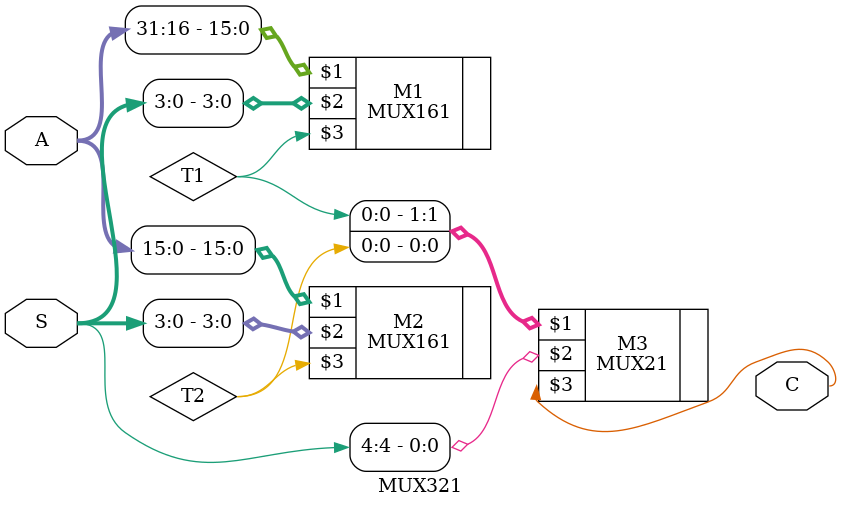
<source format=v>
`timescale 1ns / 1ps
module MUX321(
    input [31:0] A,
    input [4:0] S,
    output C
    );
	 
	 wire T1, T2;
	 
	 MUX161 M1(A[31:16], S[3:0], T1);
	 MUX161 M2(A[15:0], S[3:0], T2);
	 
	 MUX21 M3({T1, T2}, S[4], C);

endmodule

</source>
